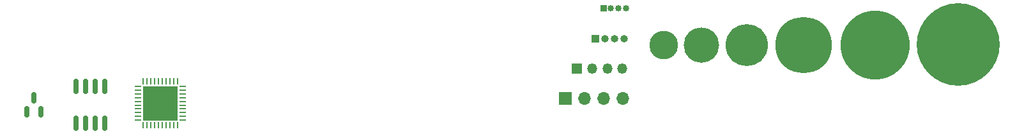
<source format=gbr>
%TF.GenerationSoftware,KiCad,Pcbnew,7.0.1*%
%TF.CreationDate,2023-08-07T22:19:09+01:00*%
%TF.ProjectId,Ruler_KiCad,52756c65-725f-44b6-9943-61642e6b6963,rev?*%
%TF.SameCoordinates,Original*%
%TF.FileFunction,Soldermask,Bot*%
%TF.FilePolarity,Negative*%
%FSLAX46Y46*%
G04 Gerber Fmt 4.6, Leading zero omitted, Abs format (unit mm)*
G04 Created by KiCad (PCBNEW 7.0.1) date 2023-08-07 22:19:09*
%MOMM*%
%LPD*%
G01*
G04 APERTURE LIST*
G04 Aperture macros list*
%AMRoundRect*
0 Rectangle with rounded corners*
0 $1 Rounding radius*
0 $2 $3 $4 $5 $6 $7 $8 $9 X,Y pos of 4 corners*
0 Add a 4 corners polygon primitive as box body*
4,1,4,$2,$3,$4,$5,$6,$7,$8,$9,$2,$3,0*
0 Add four circle primitives for the rounded corners*
1,1,$1+$1,$2,$3*
1,1,$1+$1,$4,$5*
1,1,$1+$1,$6,$7*
1,1,$1+$1,$8,$9*
0 Add four rect primitives between the rounded corners*
20,1,$1+$1,$2,$3,$4,$5,0*
20,1,$1+$1,$4,$5,$6,$7,0*
20,1,$1+$1,$6,$7,$8,$9,0*
20,1,$1+$1,$8,$9,$2,$3,0*%
G04 Aperture macros list end*
%ADD10R,0.850000X0.850000*%
%ADD11O,0.850000X0.850000*%
%ADD12R,1.000000X1.000000*%
%ADD13O,1.000000X1.000000*%
%ADD14C,7.500000*%
%ADD15C,11.000000*%
%ADD16C,4.700000*%
%ADD17C,3.800000*%
%ADD18R,1.350000X1.350000*%
%ADD19O,1.350000X1.350000*%
%ADD20C,5.600000*%
%ADD21R,1.700000X1.700000*%
%ADD22O,1.700000X1.700000*%
%ADD23C,9.200000*%
%ADD24RoundRect,0.150000X0.150000X-0.825000X0.150000X0.825000X-0.150000X0.825000X-0.150000X-0.825000X0*%
%ADD25RoundRect,0.062500X0.062500X-0.350000X0.062500X0.350000X-0.062500X0.350000X-0.062500X-0.350000X0*%
%ADD26RoundRect,0.062500X0.350000X-0.062500X0.350000X0.062500X-0.350000X0.062500X-0.350000X-0.062500X0*%
%ADD27R,4.600000X4.600000*%
%ADD28RoundRect,0.150000X0.150000X-0.587500X0.150000X0.587500X-0.150000X0.587500X-0.150000X-0.587500X0*%
G04 APERTURE END LIST*
D10*
%TO.C,REF\u002A\u002A*%
X174500000Y-95150000D03*
D11*
X175500000Y-95150000D03*
X176500000Y-95150000D03*
X177500000Y-95150000D03*
%TD*%
D12*
%TO.C,REF\u002A\u002A*%
X173460000Y-99150000D03*
D13*
X174730000Y-99150000D03*
X176000000Y-99150000D03*
X177270000Y-99150000D03*
%TD*%
D14*
%TO.C,REF\u002A\u002A*%
X201000000Y-100000000D03*
%TD*%
D15*
%TO.C,REF\u002A\u002A*%
X221500000Y-99900000D03*
%TD*%
D16*
%TO.C,REF\u002A\u002A*%
X187500000Y-100000000D03*
%TD*%
D17*
%TO.C,REF\u002A\u002A*%
X182500000Y-100000000D03*
%TD*%
D18*
%TO.C,REF\u002A\u002A*%
X171000000Y-103150000D03*
D19*
X173000000Y-103150000D03*
X175000000Y-103150000D03*
X177000000Y-103150000D03*
%TD*%
D20*
%TO.C,REF\u002A\u002A*%
X193500000Y-100000000D03*
%TD*%
D21*
%TO.C,REF\u002A\u002A*%
X169450000Y-107150000D03*
D22*
X171990000Y-107150000D03*
X174530000Y-107150000D03*
X177070000Y-107150000D03*
%TD*%
D23*
%TO.C,REF\u002A\u002A*%
X210500000Y-100000000D03*
%TD*%
D24*
%TO.C,REF\u002A\u002A*%
X108405000Y-110475000D03*
X107135000Y-110475000D03*
X105865000Y-110475000D03*
X104595000Y-110475000D03*
X104595000Y-105525000D03*
X105865000Y-105525000D03*
X107135000Y-105525000D03*
X108405000Y-105525000D03*
%TD*%
D25*
%TO.C,REF\u002A\u002A*%
X118025000Y-110712500D03*
X117525000Y-110712500D03*
X117025000Y-110712500D03*
X116525000Y-110712500D03*
X116025000Y-110712500D03*
X115525000Y-110712500D03*
X115025000Y-110712500D03*
X114525000Y-110712500D03*
X114025000Y-110712500D03*
X113525000Y-110712500D03*
D26*
X112837500Y-110025000D03*
X112837500Y-109525000D03*
X112837500Y-109025000D03*
X112837500Y-108525000D03*
X112837500Y-108025000D03*
X112837500Y-107525000D03*
X112837500Y-107025000D03*
X112837500Y-106525000D03*
X112837500Y-106025000D03*
X112837500Y-105525000D03*
D25*
X113525000Y-104837500D03*
X114025000Y-104837500D03*
X114525000Y-104837500D03*
X115025000Y-104837500D03*
X115525000Y-104837500D03*
X116025000Y-104837500D03*
X116525000Y-104837500D03*
X117025000Y-104837500D03*
X117525000Y-104837500D03*
X118025000Y-104837500D03*
D26*
X118712500Y-105525000D03*
X118712500Y-106025000D03*
X118712500Y-106525000D03*
X118712500Y-107025000D03*
X118712500Y-107525000D03*
X118712500Y-108025000D03*
X118712500Y-108525000D03*
X118712500Y-109025000D03*
X118712500Y-109525000D03*
X118712500Y-110025000D03*
D27*
X115775000Y-107775000D03*
%TD*%
D28*
%TO.C,REF\u002A\u002A*%
X99950000Y-108937500D03*
X98050000Y-108937500D03*
X99000000Y-107062500D03*
%TD*%
M02*

</source>
